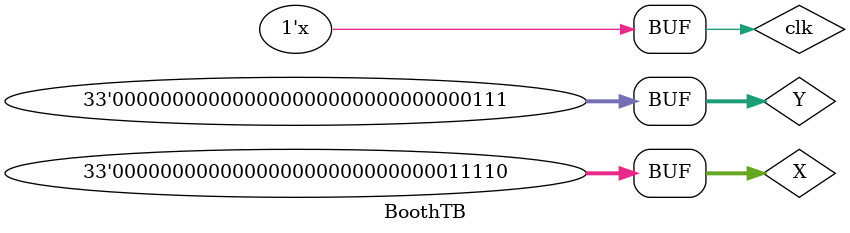
<source format=v>
module BoothTB;


    // Inputs
	 reg clk;
    reg [32:0] X;
    reg [32:0] Y;

    // Outputs
    wire [63:0] Z;

    // Instantiate the Unit Under Test (UUT)
    BoothMultipilcation uut (
        .clk(clk),
		  .X(X), 
        .Y(Y), 
        .Z(Z)
    );
//clock generation
	initial begin 
		clk = 0;
	end
	always #10 clk = ~clk;
    initial begin
        // Initialize Inputs
        X = 0;
        Y = 0;
		  clk=0;

        // Wait 100 ns for global reset to finish
        #100;
        X=-7;
          Y=-10;
        // Add stimulus here
		  
		  #100;
        X=8;
          Y=-7;
			 
			 #100;
        X=-2;
          Y=7;
			 
			 #100;
        X=30;
          Y=7;

    end
      
endmodule
</source>
